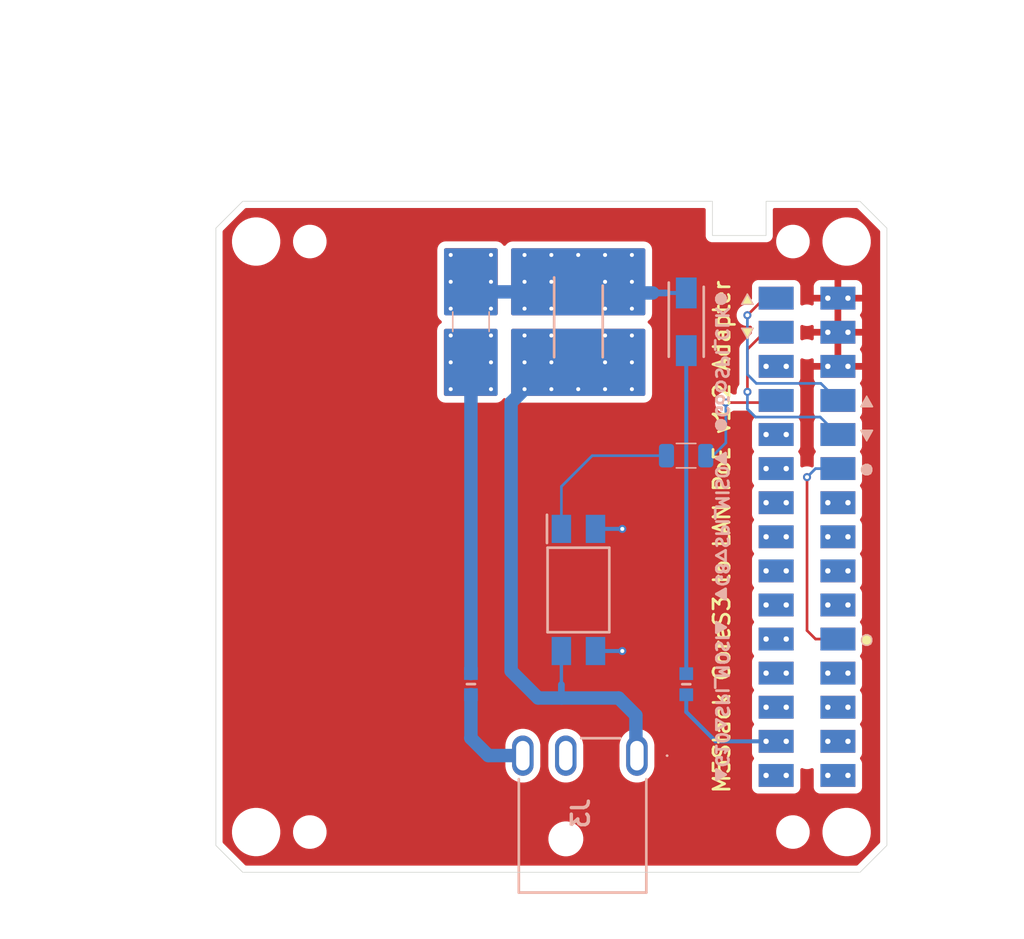
<source format=kicad_pcb>
(kicad_pcb (version 20241229) (generator "pcbnew") (generator_version "9.0")
  (title_block (title "M5Stack CoreS3 to LAN PoE v1.2 Adapter with external Relay") (date "2025-08-14") (rev "1.0") (company "https://github.com/rtyle") (comment 1 "https://github.com/m5stack/M5_Hardware/tree/master/PCB/Module") (comment 2 "https://docs.m5stack.com/en/base/lan_poe_v12") (comment 3 "https://docs.m5stack.com/en/accessory/bus_socket"))
  (layers (0 "F.Cu" jumper "Top Layer") (2 "B.Cu" signal "Bottom Layer") (13 "F.Paste" user "Top Paste") (15 "B.Paste" user "Bottom Paste") (5 "F.SilkS" user "Top Overlay") (7 "B.SilkS" user "Bottom Overlay") (1 "F.Mask" user "Top Solder") (3 "B.Mask" user "Bottom Solder") (25 "Edge.Cuts" user))
  (net 0 "")
  (net 1 "/G5·")
  (net 2 "/G14{slash}I2S_DIN·INT")
  (net 3 "/G8·SPI_MISO")
  (net 4 "/RST{slash}EN·")
  (net 5 "/G2{slash}PA_SDA·")
  (net 6 "/G6·SPI_CLK")
  (net 7 "/G44{slash}RXD0·")
  (net 8 "/SCHOTTKY")
  (net 9 "/3V3")
  (net 10 "/G7·RST")
  (net 11 "/G43{slash}TXD0·")
  (net 12 "/G18{slash}PC_RX·")
  (net 13 "/HPWR2")
  (net 14 "/G10·SPI_MOSI")
  (net 15 "/G1{slash}PA_SCL·RS232_RX{slash}RS485_RX")
  (net 16 "/G13{slash}I2S_DOUT·RS232_TX{slash}RS485_TX")
  (net 17 "/G11{slash}In_CL·")
  (net 18 "/G0{slash}I2S_LRCK·")
  (net 19 "/HPWR0")
  (net 20 "/G12{slash}In_SDA·")
  (net 21 "/HPWR1")
  (net 24 "/G17{slash}PC_TX·")
  (net 25 "/G9·CS")
  (net 32 "/BAT")
  (net 33 "/F1")
  (net 34 "/ZENER")
  (net 35 "+5V")
  (net 36 "/COLL")
  (net 37 "/F2")
  (net 38 "GND")
  (net 39 "/-LOAD")
  (net 40 "/LED")
  (net 41 "/+LOAD")
  (footprint "m5stack:MountingHole_2.0mm_M5Stack" (layer "F.Cu") (at 107 103)
    (property "Reference" "REF**" (hide yes))
    (property "Value" "MountingHole_2.0mm_M5Stack")
    (pad "" np_thru_hole circle (at 0 0) (size 2 2) (drill 2) (layers "*.Cu" "*.Mask"))
  )
  (footprint "m5stack:MountingHole_2.0mm_M5Stack" (layer "F.Cu") (at 107 147)
    (property "Reference" "REF**" (hide yes))
    (property "Value" "MountingHole_2.0mm_M5Stack")
    (pad "" np_thru_hole circle (at 0 0) (size 2 2) (drill 2) (layers "*.Cu" "*.Mask"))
  )
  (footprint "m5stack:MountingHole_3.1mm_M3_M5Stack" (layer "F.Cu") (at 103 147)
    (property "Reference" "REF**" (hide yes))
    (property "Value" "MountingHole_3.1mm_M3_M5Stack")
    (pad "" np_thru_hole circle (at 0 0) (size 3.1 3.1) (drill 3.1) (layers "*.Cu" "*.Mask"))
  )
  (footprint "m5stack:MountingHole_2.0mm_M5Stack" (layer "F.Cu") (at 143 103)
    (property "Reference" "REF**" (hide yes))
    (property "Value" "MountingHole_2.0mm_M5Stack")
    (pad "" np_thru_hole circle (at 0 0) (size 2 2) (drill 2) (layers "*.Cu" "*.Mask"))
  )
  (footprint "m5stack:MountingHole_2.0mm_M5Stack" (layer "F.Cu") (at 143 147)
    (property "Reference" "REF**" (hide yes))
    (property "Value" "MountingHole_2.0mm_M5Stack")
    (pad "" np_thru_hole circle (at 0 0) (size 2 2) (drill 2) (layers "*.Cu" "*.Mask"))
  )
  (footprint "m5stack:PinHeader_2x15_P2.54mm_Vertical_SMD_M5Stack_A001" (layer "F.Cu") (at 144.05 125)
    (property "Reference" "J1" (hide yes))
    (property "Value" "M5Stack A117 PinHeader")
    (pad "" np_thru_hole circle (at 0 -16.51 180) (size 1.1 1.1) (drill 1.1) (layers "*.Cu" "*.Mask"))
    (pad "" np_thru_hole circle (at 0 -13.97 180) (size 1 1) (drill 1) (layers "*.Cu" "*.Mask"))
    (pad "" np_thru_hole circle (at 0 13.97 180) (size 1 1) (drill 1) (layers "*.Cu" "*.Mask"))
    (pad "" np_thru_hole circle (at 0 16.51 180) (size 1.1 1.1) (drill 1.1) (layers "*.Cu" "*.Mask"))
    (pad "000" smd rect (at 2.3 -17.78 180) (size 2.6 1.7) (layers "F.Cu" "F.Mask" "F.Paste") (net 38 "GND"))
    (pad "001" smd rect (at 2.3 -15.24 180) (size 2.6 1.7) (layers "F.Cu" "F.Mask" "F.Paste") (net 38 "GND"))
    (pad "002" smd rect (at 2.3 -12.7 180) (size 2.6 1.7) (layers "F.Cu" "F.Mask" "F.Paste") (net 38 "GND"))
    (pad "003" smd rect (at 2.3 -10.16 180) (size 2.6 1.7) (layers "F.Cu" "F.Mask" "F.Paste"))
    (pad "004" smd rect (at 2.3 -7.62 180) (size 2.6 1.7) (layers "F.Cu" "F.Mask" "F.Paste"))
    (pad "005" smd rect (at 2.3 -5.08 180) (size 2.6 1.7) (layers "F.Cu" "F.Mask" "F.Paste"))
    (pad "006" smd rect (at 2.3 -2.54 180) (size 2.6 1.7) (layers "F.Cu" "F.Mask" "F.Paste") (net 7 "/G44{slash}RXD0·"))
    (pad "007" smd rect (at 2.3 0 180) (size 2.6 1.7) (layers "F.Cu" "F.Mask" "F.Paste") (net 12 "/G18{slash}PC_RX·"))
    (pad "008" smd rect (at 2.3 2.54 180) (size 2.6 1.7) (layers "F.Cu" "F.Mask" "F.Paste") (net 20 "/G12{slash}In_SDA·"))
    (pad "009" smd rect (at 2.3 5.08 180) (size 2.6 1.7) (layers "F.Cu" "F.Mask" "F.Paste") (net 5 "/G2{slash}PA_SDA·"))
    (pad "010" smd rect (at 2.3 7.62 180) (size 2.6 1.7) (layers "F.Cu" "F.Mask" "F.Paste") (net 6 "/G6·SPI_CLK"))
    (pad "011" smd rect (at 2.3 10.16 180) (size 2.6 1.7) (layers "F.Cu" "F.Mask" "F.Paste") (net 16 "/G13{slash}I2S_DOUT·RS232_TX{slash}RS485_TX"))
    (pad "012" smd rect (at 2.3 12.7 180) (size 2.6 1.7) (layers "F.Cu" "F.Mask" "F.Paste") (net 19 "/HPWR0"))
    (pad "013" smd rect (at 2.3 15.24 180) (size 2.6 1.7) (layers "F.Cu" "F.Mask" "F.Paste") (net 21 "/HPWR1"))
    (pad "014" smd rect (at 2.3 17.78 180) (size 2.6 1.7) (layers "F.Cu" "F.Mask" "F.Paste") (net 13 "/HPWR2"))
    (pad "100" smd rect (at -2.3 -17.78) (size 2.6 1.7) (layers "F.Cu" "F.Mask" "F.Paste") (net 14 "/G10·SPI_MOSI"))
    (pad "101" smd rect (at -2.3 -15.24) (size 2.6 1.7) (layers "F.Cu" "F.Mask" "F.Paste") (net 3 "/G8·SPI_MISO"))
    (pad "102" smd rect (at -2.3 -12.7) (size 2.6 1.7) (layers "F.Cu" "F.Mask" "F.Paste") (net 4 "/RST{slash}EN·"))
    (pad "103" smd rect (at -2.3 -10.16) (size 2.6 1.7) (layers "F.Cu" "F.Mask" "F.Paste") (net 1 "/G5·"))
    (pad "104" smd rect (at -2.3 -7.62) (size 2.6 1.7) (layers "F.Cu" "F.Mask" "F.Paste") (net 25 "/G9·CS"))
    (pad "105" smd rect (at -2.3 -5.08) (size 2.6 1.7) (layers "F.Cu" "F.Mask" "F.Paste") (net 9 "/3V3"))
    (pad "106" smd rect (at -2.3 -2.54) (size 2.6 1.7) (layers "F.Cu" "F.Mask" "F.Paste") (net 11 "/G43{slash}TXD0·"))
    (pad "107" smd rect (at -2.3 0) (size 2.6 1.7) (layers "F.Cu" "F.Mask" "F.Paste") (net 24 "/G17{slash}PC_TX·"))
    (pad "108" smd rect (at -2.3 2.54) (size 2.6 1.7) (layers "F.Cu" "F.Mask" "F.Paste") (net 17 "/G11{slash}In_CL·"))
    (pad "109" smd rect (at -2.3 5.08) (size 2.6 1.7) (layers "F.Cu" "F.Mask" "F.Paste") (net 15 "/G1{slash}PA_SCL·RS232_RX{slash}RS485_RX"))
    (pad "110" smd rect (at -2.3 7.62) (size 2.6 1.7) (layers "F.Cu" "F.Mask" "F.Paste") (net 10 "/G7·RST"))
    (pad "111" smd rect (at -2.3 10.16) (size 2.6 1.7) (layers "F.Cu" "F.Mask" "F.Paste") (net 18 "/G0{slash}I2S_LRCK·"))
    (pad "112" smd rect (at -2.3 12.7) (size 2.6 1.7) (layers "F.Cu" "F.Mask" "F.Paste") (net 2 "/G14{slash}I2S_DIN·INT"))
    (pad "113" smd rect (at -2.3 15.24) (size 2.6 1.7) (layers "F.Cu" "F.Mask" "F.Paste") (net 35 "+5V"))
    (pad "114" smd rect (at -2.3 17.78) (size 2.6 1.7) (layers "F.Cu" "F.Mask" "F.Paste") (net 32 "/BAT"))
  )
  (footprint "m5stack:MountingHole_3.1mm_M3_M5Stack" (layer "F.Cu") (at 147 147)
    (property "Reference" "REF**" (hide yes))
    (property "Value" "MountingHole_3.1mm_M3_M5Stack")
    (pad "" np_thru_hole circle (at 0 0) (size 3.1 3.1) (drill 3.1) (layers "*.Cu" "*.Mask"))
  )
  (footprint "m5stack:MountingHole_3.1mm_M3_M5Stack" (layer "F.Cu") (at 103 103)
    (property "Reference" "REF**" (hide yes))
    (property "Value" "MountingHole_3.1mm_M3_M5Stack")
    (pad "" np_thru_hole circle (at 0 0) (size 3.1 3.1) (drill 3.1) (layers "*.Cu" "*.Mask"))
  )
  (footprint "m5stack:MountingHole_3.1mm_M3_M5Stack" (layer "F.Cu") (at 147 103)
    (property "Reference" "REF**" (hide yes))
    (property "Value" "MountingHole_3.1mm_M3_M5Stack")
    (pad "" np_thru_hole circle (at 0 0) (size 3.1 3.1) (drill 3.1) (layers "*.Cu" "*.Mask"))
  )
  (footprint "SamacSys_Parts:FUSC1608X100N" (layer "B.Cu") (at 135.051319 135.984984 90)
    (property "Reference" "F1" (hide yes))
    (property "Value" "10/50mA" (hide yes))
    (fp_line (start 0 0.3) (end 0 -0.3) (stroke (width 0.2)) (layer "B.SilkS"))
    (pad "1" smd rect (at -0.785 0 90) (size 0.95 1.02) (layers "B.Cu" "B.Mask" "B.Paste") (net 35 "+5V"))
    (pad "2" smd rect (at 0.785 0 90) (size 0.95 1.02) (layers "B.Cu" "B.Mask" "B.Paste") (net 33 "/F1"))
  )
  (footprint "SamacSys_Parts:DIOM5226X220N" (layer "B.Cu") (at 135.051319 108.979744 -90)
    (property "Reference" "D1" (hide yes))
    (property "Value" "1A 60V" (hide yes))
    (fp_line (start 2.605 1.302) (end -2.925 1.302) (stroke (width 0.2)) (layer "B.SilkS"))
    (fp_line (start -2.605 -1.302) (end 2.605 -1.302) (stroke (width 0.2)) (layer "B.SilkS"))
    (pad "1" smd rect (at -2.15 0 180) (size 1.55 2.3) (layers "B.Cu" "B.Mask" "B.Paste") (net 8 "/SCHOTTKY"))
    (pad "2" smd rect (at 2.15 0 180) (size 1.55 2.3) (layers "B.Cu" "B.Mask" "B.Paste") (net 33 "/F1"))
  )
  (footprint "SamacSys_Parts:SOP254P1016X460-4N" (layer "B.Cu") (at 127.016709 128.961322 -90)
    (property "Reference" "U1" (hide yes))
    (property "Value" "Optocoupler" (hide yes))
    (fp_line (start -5.6 2.345) (end -3.5 2.345) (stroke (width 0.2)) (layer "B.SilkS"))
    (fp_line (start -3.15 2.3) (end 3.15 2.3) (stroke (width 0.2)) (layer "B.SilkS"))
    (fp_line (start 3.15 2.3) (end 3.15 -2.3) (stroke (width 0.2)) (layer "B.SilkS"))
    (fp_line (start -3.15 -2.3) (end -3.15 2.3) (stroke (width 0.2)) (layer "B.SilkS"))
    (fp_line (start 3.15 -2.3) (end -3.15 -2.3) (stroke (width 0.2)) (layer "B.SilkS"))
    (pad "1" smd rect (at -4.55 1.27 180) (size 1.45 2.1) (layers "B.Cu" "B.Mask" "B.Paste") (net 40 "/LED"))
    (pad "2" smd rect (at -4.55 -1.27 180) (size 1.45 2.1) (layers "B.Cu" "B.Mask" "B.Paste") (net 38 "GND"))
    (pad "3" smd rect (at 4.55 -1.27 180) (size 1.45 2.1) (layers "B.Cu" "B.Mask" "B.Paste") (net 38 "GND"))
    (pad "4" smd rect (at 4.55 1.27 180) (size 1.45 2.1) (layers "B.Cu" "B.Mask" "B.Paste") (net 36 "/COLL"))
  )
  (footprint "NetTie:NetTie-2_SMD_Pad0.5mm" (layer "B.Cu") (at 125.746709 136.511322 -90)
    (property "Reference" "NT2" (hide yes))
    (property "Value" "COLL-LOAD" (hide yes))
    (fp_poly (pts (xy -0.5 0.25) (xy 0.5 0.25) (xy 0.5 -0.25) (xy -0.5 -0.25)) (fill yes) (layer "B.Cu"))
    (pad "1" smd circle (at -0.5 0 270) (size 0.5 0.5) (layers "B.Cu") (net 36 "/COLL"))
    (pad "2" smd circle (at 0.5 0 270) (size 0.5 0.5) (layers "B.Cu") (net 39 "/-LOAD"))
  )
  (footprint "Resistor_SMD:R_1210_3225Metric" (layer "B.Cu") (at 119.006424 108.970801 -90)
    (property "Reference" "R1" (hide yes))
    (property "Value" "82" (hide yes))
    (fp_line (start -0.723737 1.355) (end 0.723737 1.355) (stroke (width 0.12)) (layer "B.SilkS"))
    (fp_line (start -0.723737 -1.355) (end 0.723737 -1.355) (stroke (width 0.12)) (layer "B.SilkS"))
    (pad "1" smd roundrect (at -1.4625 0 270) (size 1.125 2.65) (layers "B.Cu" "B.Mask" "B.Paste") (roundrect_rratio 0.222222) (net 34 "/ZENER"))
    (pad "2" smd roundrect (at 1.4625 0 270) (size 1.125 2.65) (layers "B.Cu" "B.Mask" "B.Paste") (roundrect_rratio 0.222222) (net 37 "/F2"))
  )
  (footprint "m5stack:PinSocket_2x15_P2.54mm_Vertical_SMD_M5Stack_A001" (layer "B.Cu") (at 144.05 125 180)
    (property "Reference" "J2" (hide yes))
    (property "Value" "M5Stack A117 PinSocket")
    (pad "" np_thru_hole circle (at 0 -16.51) (size 1.1 1.1) (drill 1.1) (layers "*.Cu" "*.Mask"))
    (pad "" np_thru_hole circle (at 0 -13.97) (size 1 1) (drill 1) (layers "*.Cu" "*.Mask"))
    (pad "" np_thru_hole circle (at 0 13.97) (size 1 1) (drill 1) (layers "*.Cu" "*.Mask"))
    (pad "" np_thru_hole circle (at 0 16.51) (size 1.1 1.1) (drill 1.1) (layers "*.Cu" "*.Mask"))
    (pad "000" smd rect (at -2.3 17.78 180) (size 2.6 1.7) (layers "B.Cu" "B.Mask" "B.Paste") (net 38 "GND"))
    (pad "001" smd rect (at -2.3 15.24 180) (size 2.6 1.7) (layers "B.Cu" "B.Mask" "B.Paste") (net 38 "GND"))
    (pad "002" smd rect (at -2.3 12.7 180) (size 2.6 1.7) (layers "B.Cu" "B.Mask" "B.Paste") (net 38 "GND"))
    (pad "003" smd rect (at -2.3 10.16 180) (size 2.6 1.7) (layers "B.Cu" "B.Mask" "B.Paste") (net 14 "/G10·SPI_MOSI"))
    (pad "004" smd rect (at -2.3 7.62 180) (size 2.6 1.7) (layers "B.Cu" "B.Mask" "B.Paste") (net 3 "/G8·SPI_MISO"))
    (pad "005" smd rect (at -2.3 5.08 180) (size 2.6 1.7) (layers "B.Cu" "B.Mask" "B.Paste") (net 6 "/G6·SPI_CLK"))
    (pad "006" smd rect (at -2.3 2.54 180) (size 2.6 1.7) (layers "B.Cu" "B.Mask" "B.Paste") (net 7 "/G44{slash}RXD0·"))
    (pad "007" smd rect (at -2.3 0 180) (size 2.6 1.7) (layers "B.Cu" "B.Mask" "B.Paste") (net 12 "/G18{slash}PC_RX·"))
    (pad "008" smd rect (at -2.3 -2.54 180) (size 2.6 1.7) (layers "B.Cu" "B.Mask" "B.Paste") (net 20 "/G12{slash}In_SDA·"))
    (pad "009" smd rect (at -2.3 -5.08 180) (size 2.6 1.7) (layers "B.Cu" "B.Mask" "B.Paste") (net 5 "/G2{slash}PA_SDA·"))
    (pad "010" smd rect (at -2.3 -7.62 180) (size 2.6 1.7) (layers "B.Cu" "B.Mask" "B.Paste"))
    (pad "011" smd rect (at -2.3 -10.16 180) (size 2.6 1.7) (layers "B.Cu" "B.Mask" "B.Paste") (net 16 "/G13{slash}I2S_DOUT·RS232_TX{slash}RS485_TX"))
    (pad "012" smd rect (at -2.3 -12.7 180) (size 2.6 1.7) (layers "B.Cu" "B.Mask" "B.Paste") (net 19 "/HPWR0"))
    (pad "013" smd rect (at -2.3 -15.24 180) (size 2.6 1.7) (layers "B.Cu" "B.Mask" "B.Paste") (net 21 "/HPWR1"))
    (pad "014" smd rect (at -2.3 -17.78 180) (size 2.6 1.7) (layers "B.Cu" "B.Mask" "B.Paste") (net 13 "/HPWR2"))
    (pad "100" smd rect (at 2.3 17.78) (size 2.6 1.7) (layers "B.Cu" "B.Mask" "B.Paste"))
    (pad "101" smd rect (at 2.3 15.24) (size 2.6 1.7) (layers "B.Cu" "B.Mask" "B.Paste"))
    (pad "102" smd rect (at 2.3 12.7) (size 2.6 1.7) (layers "B.Cu" "B.Mask" "B.Paste") (net 4 "/RST{slash}EN·"))
    (pad "103" smd rect (at 2.3 10.16) (size 2.6 1.7) (layers "B.Cu" "B.Mask" "B.Paste"))
    (pad "104" smd rect (at 2.3 7.62) (size 2.6 1.7) (layers "B.Cu" "B.Mask" "B.Paste") (net 25 "/G9·CS"))
    (pad "105" smd rect (at 2.3 5.08) (size 2.6 1.7) (layers "B.Cu" "B.Mask" "B.Paste") (net 9 "/3V3"))
    (pad "106" smd rect (at 2.3 2.54) (size 2.6 1.7) (layers "B.Cu" "B.Mask" "B.Paste") (net 11 "/G43{slash}TXD0·"))
    (pad "107" smd rect (at 2.3 0) (size 2.6 1.7) (layers "B.Cu" "B.Mask" "B.Paste") (net 24 "/G17{slash}PC_TX·"))
    (pad "108" smd rect (at 2.3 -2.54) (size 2.6 1.7) (layers "B.Cu" "B.Mask" "B.Paste") (net 17 "/G11{slash}In_CL·"))
    (pad "109" smd rect (at 2.3 -5.08) (size 2.6 1.7) (layers "B.Cu" "B.Mask" "B.Paste") (net 15 "/G1{slash}PA_SCL·RS232_RX{slash}RS485_RX"))
    (pad "110" smd rect (at 2.3 -7.62) (size 2.6 1.7) (layers "B.Cu" "B.Mask" "B.Paste") (net 10 "/G7·RST"))
    (pad "111" smd rect (at 2.3 -10.16) (size 2.6 1.7) (layers "B.Cu" "B.Mask" "B.Paste") (net 18 "/G0{slash}I2S_LRCK·"))
    (pad "112" smd rect (at 2.3 -12.7) (size 2.6 1.7) (layers "B.Cu" "B.Mask" "B.Paste") (net 2 "/G14{slash}I2S_DIN·INT"))
    (pad "113" smd rect (at 2.3 -15.24) (size 2.6 1.7) (layers "B.Cu" "B.Mask" "B.Paste") (net 35 "+5V"))
    (pad "114" smd rect (at 2.3 -17.78) (size 2.6 1.7) (layers "B.Cu" "B.Mask" "B.Paste") (net 32 "/BAT"))
  )
  (footprint "SamacSys_Parts:FUSC1608X100N" (layer "B.Cu") (at 119.006424 135.976041 -90)
    (property "Reference" "F2" (hide yes))
    (property "Value" "80/200mA" (hide yes))
    (fp_line (start 0 0.3) (end 0 -0.3) (stroke (width 0.2)) (layer "B.SilkS"))
    (pad "1" smd rect (at -0.785 0 270) (size 0.95 1.02) (layers "B.Cu" "B.Mask" "B.Paste") (net 37 "/F2"))
    (pad "2" smd rect (at 0.785 0 270) (size 0.95 1.02) (layers "B.Cu" "B.Mask" "B.Paste") (net 41 "/+LOAD"))
  )
  (footprint "SamacSys_Parts:DIOM5336X262N" (layer "B.Cu") (at 127.016709 108.949513 -90)
    (property "Reference" "D2" (hide yes))
    (property "Value" "5.1V 5W" (hide yes))
    (fp_line (start 2.668 1.81) (end -3.275 1.81) (stroke (width 0.2)) (layer "B.SilkS"))
    (fp_line (start -2.668 -1.81) (end 2.668 -1.81) (stroke (width 0.2)) (layer "B.SilkS"))
    (pad "1" smd rect (at -2.2 0 180) (size 2.15 2.25) (layers "B.Cu" "B.Mask" "B.Paste") (net 34 "/ZENER"))
    (pad "2" smd rect (at 2.2 0 180) (size 2.15 2.25) (layers "B.Cu" "B.Mask" "B.Paste") (net 39 "/-LOAD"))
  )
  (footprint "m5stack:DC044025A20" (layer "B.Cu") (at 126.074611 147.50862 90)
    (property "Reference" "J3" (at 1.906 1.106 270) (layer "B.SilkS") (effects (font (size 1.27 1.27) (thickness 0.254)) (justify mirror)))
    (property "Value" "DC-0440-2.5A-2.0" (hide yes))
    (fp_line (start -4 -3.5) (end 4.45 -3.5) (stroke (width 0.2)) (layer "B.SilkS"))
    (fp_line (start 7.5 1.15) (end 7.5 4.05) (stroke (width 0.2)) (layer "B.SilkS"))
    (fp_line (start 4.45 6) (end -4 6) (stroke (width 0.2)) (layer "B.SilkS"))
    (fp_line (start -4 6) (end -4 -3.5) (stroke (width 0.2)) (layer "B.SilkS"))
    (fp_line (start 6.2 7.5) (end 6.2 7.5) (stroke (width 0.1)) (layer "B.SilkS"))
    (fp_line (start 6.2 7.6) (end 6.2 7.6) (stroke (width 0.1)) (layer "B.SilkS"))
    (fp_arc (start 6.2 7.5) (mid 6.25 7.55) (end 6.2 7.6) (stroke (width 0.1)) (layer "B.SilkS"))
    (fp_arc (start 6.2 7.6) (mid 6.15 7.55) (end 6.2 7.5) (stroke (width 0.1)) (layer "B.SilkS"))
    (pad "" np_thru_hole circle (at 0 0.004346 90) (size 2.1 2.1) (drill 2.1) (layers "*.Cu" "*.Mask"))
    (pad "2" thru_hole oval (at 6.2 5.3 90) (size 3 1.6) (drill oval 2.2 1) (layers "*.Cu" "*.Mask") (net 39 "/-LOAD"))
    (pad "3" thru_hole oval (at 6.2 0 90) (size 3 1.6) (drill oval 2.2 1) (layers "*.Cu" "*.Mask"))
    (pad "4" thru_hole oval (at 6.2 -3.2 90) (size 3 1.6) (drill oval 2.2 1) (layers "*.Cu" "*.Mask") (net 41 "/+LOAD"))
  )
  (footprint "NetTie:NetTie-2_SMD_Pad0.5mm" (layer "B.Cu") (at 133.051319 106.829744 180)
    (property "Reference" "NT1" (hide yes))
    (property "Value" "SCHOTTKY-ZENER" (hide yes))
    (fp_poly (pts (xy -0.5 0.25) (xy 0.5 0.25) (xy 0.5 -0.25) (xy -0.5 -0.25)) (fill yes) (layer "B.Cu"))
    (pad "1" smd circle (at -0.5 0 180) (size 0.5 0.5) (layers "B.Cu") (net 8 "/SCHOTTKY"))
    (pad "2" smd circle (at 0.5 0 180) (size 0.5 0.5) (layers "B.Cu") (net 34 "/ZENER"))
  )
  (footprint "Resistor_SMD:R_1206_3216Metric" (layer "B.Cu") (at 135.039159 118.9557 180)
    (property "Reference" "R2" (hide yes))
    (property "Value" "330" (hide yes))
    (fp_line (start -0.727064 0.91) (end 0.727064 0.91) (stroke (width 0.12)) (layer "B.SilkS"))
    (fp_line (start -0.727064 -0.91) (end 0.727064 -0.91) (stroke (width 0.12)) (layer "B.SilkS"))
    (pad "1" smd roundrect (at -1.4625 0 180) (size 1.125 1.75) (layers "B.Cu" "B.Mask" "B.Paste") (roundrect_rratio 0.222222) (net 1 "/G5·"))
    (pad "2" smd roundrect (at 1.4625 0 180) (size 1.125 1.75) (layers "B.Cu" "B.Mask" "B.Paste") (roundrect_rratio 0.222222) (net 40 "/LED"))
  )
  (gr_poly (pts (xy 150 102) (xy 148 100) (xy 141 100) (xy 141 102.55) (xy 137 102.55) (xy 137 100) (xy 102 100) (xy 100 102) (xy 100 148) (xy 102 150) (xy 148 150) (xy 150 148)) (stroke (width 0.05)) (fill no) (layer "Edge.Cuts"))
  (gr_text "○" (at 148.495 119.92 0) (layer "F.SilkS") (effects (font (size 1 1) (thickness 0.1) (bold yes))))
  (gr_text "▼" (at 139.605 109.76 0) (layer "F.SilkS") (effects (font (size 1 1) (thickness 0.1) (bold yes))))
  (gr_text "▲" (at 139.605 107.22 0) (layer "F.SilkS") (effects (font (size 1 1) (thickness 0.1) (bold yes))))
  (gr_text "M5Stack CoreS3 to LAN PoE v1.2 Adapter" (at 137.7 125 90) (layer "F.SilkS") (effects (font (size 1.2 1.2) (thickness 0.2) (bold yes))))
  (gr_text "●" (at 148.495 132.62 0) (layer "F.SilkS") (effects (font (size 1 1) (thickness 0.1) (bold yes))))
  (gr_text "▽" (at 148.495 117.38 0) (layer "F.SilkS") (effects (font (size 1 1) (thickness 0.1) (bold yes))))
  (gr_text "△" (at 148.495 114.84 0) (layer "F.SilkS") (effects (font (size 1 1) (thickness 0.1) (bold yes))))
  (gr_text "▽" (at 139.605 109.76 0) (layer "B.SilkS") (effects (font (size 1 1) (thickness 0.1) (bold yes)) (justify mirror)))
  (gr_text "△" (at 139.605 107.22 0) (layer "B.SilkS") (effects (font (size 1 1) (thickness 0.1) (bold yes)) (justify mirror)))
  (gr_text "○" (at 148.495 132.62 0) (layer "B.SilkS") (effects (font (size 1 1) (thickness 0.1) (bold yes)) (justify mirror)))
  (gr_text "●" (at 148.495 119.92 0) (layer "B.SilkS") (effects (font (size 1 1) (thickness 0.1) (bold yes)) (justify mirror)))
  (gr_text "▼" (at 148.495 117.38 0) (layer "B.SilkS") (effects (font (size 1 1) (thickness 0.1) (bold yes)) (justify mirror)))
  (gr_text "▲G10△SPI_MOSI▲  ▼G8▽SPI_MISO▼  ●G6○SPI_CLK●" (at 137.7 125 270) (layer "B.SilkS") (effects (font (size 0.9 0.9) (thickness 0.2)) (justify mirror)))
  (gr_text "▲" (at 148.495 114.84 0) (layer "B.SilkS") (effects (font (size 1 1) (thickness 0.1) (bold yes)) (justify mirror)))
  (segment (start 141.59 115) (end 138 115) (width 0.2) (layer "F.Cu") (net 1))
  (segment (start 141.75 114.84) (end 141.59 115) (width 0.2) (layer "F.Cu") (net 1))
  (via (at 138 115) (size 0.6) (drill 0.3) (layers "F.Cu" "B.Cu") (net 1))
  (segment (start 137 119) (end 136.545959 119) (width 0.2) (layer "B.Cu") (net 1))
  (segment (start 136.545959 119) (end 136.501659 118.9557) (width 0.2) (layer "B.Cu") (net 1))
  (segment (start 138 118) (end 137 119) (width 0.2) (layer "B.Cu") (net 1))
  (segment (start 138 115) (end 138 118) (width 0.2) (layer "B.Cu") (net 1))
  (via (at 141 137.7) (size 0.7) (drill 0.4) (layers "F.Cu" "B.Cu") (net 2))
  (via (at 142.5 137.7) (size 0.7) (drill 0.4) (layers "F.Cu" "B.Cu") (net 2))
  (segment (start 139.61 114.2) (end 139.605 111.03) (width 0.2) (layer "F.Cu") (net 3))
  (segment (start 140.875 109.76) (end 139.605 111.03) (width 0.2) (layer "F.Cu") (net 3))
  (segment (start 141.75 109.76) (end 140.875 109.76) (width 0.2) (layer "F.Cu") (net 3))
  (via (at 139.61 114.2) (size 0.6) (drill 0.3) (layers "F.Cu" "B.Cu") (net 3))
  (segment (start 140.208 116.078) (end 139.605 115.475) (width 0.2) (layer "B.Cu") (net 3))
  (segment (start 146.336 117.38) (end 145.034 116.078) (width 0.2) (layer "B.Cu") (net 3))
  (segment (start 145.034 116.078) (end 140.208 116.078) (width 0.2) (layer "B.Cu") (net 3))
  (segment (start 139.605 115.475) (end 139.61 114.2) (width 0.2) (layer "B.Cu") (net 3))
  (segment (start 146.35 117.38) (end 146.336 117.38) (width 0.2) (layer "B.Cu") (net 3))
  (via (at 142.5 112.3) (size 0.7) (drill 0.4) (layers "F.Cu" "B.Cu") (net 4))
  (via (at 141 112.3) (size 0.7) (drill 0.4) (layers "F.Cu" "B.Cu") (net 4))
  (via (at 147.1 130.08) (size 0.7) (drill 0.4) (layers "F.Cu" "B.Cu") (net 5))
  (via (at 145.6 130.08) (size 0.7) (drill 0.4) (layers "F.Cu" "B.Cu") (net 5))
  (segment (start 144.685 132.62) (end 144.05 131.985) (width 0.2) (layer "F.Cu") (net 6))
  (segment (start 146.35 132.62) (end 144.685 132.62) (width 0.2) (layer "F.Cu") (net 6))
  (segment (start 144.05 131.985) (end 144.05 120.555) (width 0.2) (layer "F.Cu") (net 6))
  (via (at 144.05 120.555) (size 0.6) (drill 0.3) (layers "F.Cu" "B.Cu") (net 6))
  (segment (start 144.685 119.92) (end 146.35 119.92) (width 0.2) (layer "B.Cu") (net 6))
  (segment (start 144.05 120.555) (end 144.685 119.92) (width 0.2) (layer "B.Cu") (net 6))
  (via (at 145.6 122.46) (size 0.7) (drill 0.4) (layers "F.Cu" "B.Cu") (net 7))
  (via (at 147.1 122.46) (size 0.7) (drill 0.4) (layers "F.Cu" "B.Cu") (net 7))
  (segment (start 135.051319 106.829744) (end 133.551319 106.829744) (width 0.3) (layer "B.Cu") (net 8))
  (via (at 142.5 119.92) (size 0.7) (drill 0.4) (layers "F.Cu" "B.Cu") (net 9))
  (via (at 141 119.92) (size 0.7) (drill 0.4) (layers "F.Cu" "B.Cu") (net 9))
  (via (at 141 132.62) (size 0.7) (drill 0.4) (layers "F.Cu" "B.Cu") (net 10))
  (via (at 142.5 132.62) (size 0.7) (drill 0.4) (layers "F.Cu" "B.Cu") (net 10))
  (via (at 142.5 122.46) (size 0.7) (drill 0.4) (layers "F.Cu" "B.Cu") (net 11))
  (via (at 141 122.46) (size 0.7) (drill 0.4) (layers "F.Cu" "B.Cu") (net 11))
  (via (at 147.1 125) (size 0.7) (drill 0.4) (layers "F.Cu" "B.Cu") (net 12))
  (via (at 145.6 125) (size 0.7) (drill 0.4) (layers "F.Cu" "B.Cu") (net 12))
  (via (at 145.6 142.78) (size 0.7) (drill 0.4) (layers "F.Cu" "B.Cu") (net 13))
  (via (at 147.1 142.78) (size 0.7) (drill 0.4) (layers "F.Cu" "B.Cu") (net 13))
  (segment (start 141.75 107.22) (end 140.875 107.22) (width 0.2) (layer "F.Cu") (net 14))
  (segment (start 140.875 107.22) (end 139.605 108.49) (width 0.2) (layer "F.Cu") (net 14))
  (via (at 139.605 108.49) (size 0.6) (drill 0.3) (layers "F.Cu" "B.Cu") (net 14))
  (segment (start 139.605 108.49) (end 139.605 112.905) (width 0.2) (layer "B.Cu") (net 14))
  (segment (start 145.08 113.57) (end 146.35 114.84) (width 0.2) (layer "B.Cu") (net 14))
  (segment (start 139.605 112.905) (end 140.27 113.57) (width 0.2) (layer "B.Cu") (net 14))
  (segment (start 140.27 113.57) (end 145.08 113.57) (width 0.2) (layer "B.Cu") (net 14))
  (via (at 142.5 130.08) (size 0.7) (drill 0.4) (layers "F.Cu" "B.Cu") (net 15))
  (via (at 141 130.08) (size 0.7) (drill 0.4) (layers "F.Cu" "B.Cu") (net 15))
  (via (at 145.6 135.16) (size 0.7) (drill 0.4) (layers "F.Cu" "B.Cu") (net 16))
  (via (at 147.1 135.16) (size 0.7) (drill 0.4) (layers "F.Cu" "B.Cu") (net 16))
  (via (at 141 127.54) (size 0.7) (drill 0.4) (layers "F.Cu" "B.Cu") (net 17))
  (via (at 142.5 127.54) (size 0.7) (drill 0.4) (layers "F.Cu" "B.Cu") (net 17))
  (via (at 141 135.16) (size 0.7) (drill 0.4) (layers "F.Cu" "B.Cu") (net 18))
  (via (at 142.5 135.16) (size 0.7) (drill 0.4) (layers "F.Cu" "B.Cu") (net 18))
  (via (at 147.1 137.7) (size 0.7) (drill 0.4) (layers "F.Cu" "B.Cu") (net 19))
  (via (at 145.6 137.7) (size 0.7) (drill 0.4) (layers "F.Cu" "B.Cu") (net 19))
  (via (at 145.6 127.54) (size 0.7) (drill 0.4) (layers "F.Cu" "B.Cu") (net 20))
  (via (at 147.1 127.54) (size 0.7) (drill 0.4) (layers "F.Cu" "B.Cu") (net 20))
  (via (at 147.1 140.24) (size 0.7) (drill 0.4) (layers "F.Cu" "B.Cu") (net 21))
  (via (at 145.6 140.24) (size 0.7) (drill 0.4) (layers "F.Cu" "B.Cu") (net 21))
  (via (at 142.5 125) (size 0.7) (drill 0.4) (layers "F.Cu" "B.Cu") (net 24))
  (via (at 141 125) (size 0.7) (drill 0.4) (layers "F.Cu" "B.Cu") (net 24))
  (via (at 142.5 117.38) (size 0.7) (drill 0.4) (layers "F.Cu" "B.Cu") (net 25))
  (via (at 141 117.38) (size 0.7) (drill 0.4) (layers "F.Cu" "B.Cu") (net 25))
  (via (at 141 142.78) (size 0.7) (drill 0.4) (layers "F.Cu" "B.Cu") (net 32))
  (via (at 142.5 142.78) (size 0.7) (drill 0.4) (layers "F.Cu" "B.Cu") (net 32))
  (segment (start 135.051319 111.129744) (end 135.051319 114.129744) (width 0.3) (layer "B.Cu") (net 33))
  (segment (start 135.051319 135.199984) (end 135.051319 114.129744) (width 0.3) (layer "B.Cu") (net 33))
  (via (at 131 106) (size 0.6) (drill 0.3) (layers "F.Cu" "B.Cu") (net 34))
  (via (at 117.5 104) (size 0.6) (drill 0.3) (layers "F.Cu" "B.Cu") (net 34))
  (via (at 125 104) (size 0.6) (drill 0.3) (layers "F.Cu" "B.Cu") (net 34))
  (via (at 123 104) (size 0.6) (drill 0.3) (layers "F.Cu" "B.Cu") (net 34))
  (via (at 117.5 108) (size 0.6) (drill 0.3) (layers "F.Cu" "B.Cu") (net 34))
  (via (at 129 104) (size 0.6) (drill 0.3) (layers "F.Cu" "B.Cu") (net 34))
  (via (at 120.5 108) (size 0.6) (drill 0.3) (layers "F.Cu" "B.Cu") (net 34))
  (via (at 125 108) (size 0.6) (drill 0.3) (layers "F.Cu" "B.Cu") (net 34))
  (via (at 120.5 106) (size 0.6) (drill 0.3) (layers "F.Cu" "B.Cu") (net 34))
  (via (at 127 104) (size 0.6) (drill 0.3) (layers "F.Cu" "B.Cu") (net 34))
  (via (at 120.5 104) (size 0.6) (drill 0.3) (layers "F.Cu" "B.Cu") (net 34))
  (via (at 125 106) (size 0.6) (drill 0.3) (layers "F.Cu" "B.Cu") (net 34))
  (via (at 123 106) (size 0.6) (drill 0.3) (layers "F.Cu" "B.Cu") (net 34))
  (via (at 123 108) (size 0.6) (drill 0.3) (layers "F.Cu" "B.Cu") (net 34))
  (via (at 129 108) (size 0.6) (drill 0.3) (layers "F.Cu" "B.Cu") (net 34))
  (via (at 131 108) (size 0.6) (drill 0.3) (layers "F.Cu" "B.Cu") (net 34))
  (via (at 129 106) (size 0.6) (drill 0.3) (layers "F.Cu" "B.Cu") (net 34))
  (via (at 131 104) (size 0.6) (drill 0.3) (layers "F.Cu" "B.Cu") (net 34))
  (via (at 117.5 106) (size 0.6) (drill 0.3) (layers "F.Cu" "B.Cu") (net 34))
  (segment (start 119.765212 106.749513) (end 119.006424 107.508301) (width 1) (layer "B.Cu") (net 34))
  (segment (start 127.016709 106.749513) (end 119.765212 106.749513) (width 1) (layer "B.Cu") (net 34))
  (segment (start 127.09694 106.829744) (end 127.016709 106.749513) (width 1) (layer "B.Cu") (net 34))
  (segment (start 132.551319 106.829744) (end 127.09694 106.829744) (width 1) (layer "B.Cu") (net 34))
  (via (at 141 140.24) (size 0.7) (drill 0.4) (layers "F.Cu" "B.Cu") (net 35))
  (via (at 142.5 140.24) (size 0.7) (drill 0.4) (layers "F.Cu" "B.Cu") (net 35))
  (segment (start 135.051319 138.051319) (end 135.051319 136.769984) (width 0.3) (layer "B.Cu") (net 35))
  (segment (start 137.24 140.24) (end 135.051319 138.051319) (width 0.3) (layer "B.Cu") (net 35))
  (segment (start 141 140.24) (end 137.24 140.24) (width 0.3) (layer "B.Cu") (net 35))
  (segment (start 125.746709 133.511322) (end 125.746709 136.011322) (width 0.25) (layer "B.Cu") (net 36))
  (via (at 117.5 110) (size 0.6) (drill 0.3) (layers "F.Cu" "B.Cu") (net 37))
  (via (at 117.5 114) (size 0.6) (drill 0.3) (layers "F.Cu" "B.Cu") (net 37))
  (via (at 120.5 114) (size 0.6) (drill 0.3) (layers "F.Cu" "B.Cu") (net 37))
  (via (at 120.5 110) (size 0.6) (drill 0.3) (layers "F.Cu" "B.Cu") (net 37))
  (via (at 120.5 112) (size 0.6) (drill 0.3) (layers "F.Cu" "B.Cu") (net 37))
  (via (at 117.5 112) (size 0.6) (drill 0.3) (layers "F.Cu" "B.Cu") (net 37))
  (segment (start 119.006424 135.191041) (end 119.006424 110.433301) (width 1) (layer "B.Cu") (net 37))
  (via (at 130.286709 133.511322) (size 0.6) (drill 0.3) (layers "F.Cu" "B.Cu") (net 38))
  (via (at 145.6 107.22) (size 0.7) (drill 0.4) (layers "F.Cu" "B.Cu") (net 38))
  (via (at 145.6 112.3) (size 0.7) (drill 0.4) (layers "F.Cu" "B.Cu") (net 38))
  (via (at 147.1 109.76) (size 0.7) (drill 0.4) (layers "F.Cu" "B.Cu") (net 38))
  (via (at 147.1 112.3) (size 0.7) (drill 0.4) (layers "F.Cu" "B.Cu") (net 38))
  (via (at 147.1 107.22) (size 0.7) (drill 0.4) (layers "F.Cu" "B.Cu") (net 38))
  (via (at 130.286709 124.411322) (size 0.6) (drill 0.3) (layers "F.Cu" "B.Cu") (net 38))
  (via (at 145.6 109.76) (size 0.7) (drill 0.4) (layers "F.Cu" "B.Cu") (net 38))
  (segment (start 128.286709 124.411322) (end 130.286709 124.411322) (width 0.3) (layer "B.Cu") (net 38))
  (segment (start 128.286709 133.511322) (end 130.286709 133.511322) (width 0.3) (layer "B.Cu") (net 38))
  (via (at 123 110) (size 0.6) (drill 0.3) (layers "F.Cu" "B.Cu") (net 39))
  (via (at 127 114) (size 0.6) (drill 0.3) (layers "F.Cu" "B.Cu") (net 39))
  (via (at 131 114) (size 0.6) (drill 0.3) (layers "F.Cu" "B.Cu") (net 39))
  (via (at 125 112) (size 0.6) (drill 0.3) (layers "F.Cu" "B.Cu") (net 39))
  (via (at 123 112) (size 0.6) (drill 0.3) (layers "F.Cu" "B.Cu") (net 39))
  (via (at 129 112) (size 0.6) (drill 0.3) (layers "F.Cu" "B.Cu") (net 39))
  (via (at 125 114) (size 0.6) (drill 0.3) (layers "F.Cu" "B.Cu") (net 39))
  (via (at 125 110) (size 0.6) (drill 0.3) (layers "F.Cu" "B.Cu") (net 39))
  (via (at 129 110) (size 0.6) (drill 0.3) (layers "F.Cu" "B.Cu") (net 39))
  (via (at 129 114) (size 0.6) (drill 0.3) (layers "F.Cu" "B.Cu") (net 39))
  (via (at 131 112) (size 0.6) (drill 0.3) (layers "F.Cu" "B.Cu") (net 39))
  (via (at 131 110) (size 0.6) (drill 0.3) (layers "F.Cu" "B.Cu") (net 39))
  (via (at 123 114) (size 0.6) (drill 0.3) (layers "F.Cu" "B.Cu") (net 39))
  (segment (start 125.746709 137.011322) (end 124.011322 137.011322) (width 1) (layer "B.Cu") (net 39))
  (segment (start 130.011322 137.011322) (end 125.746709 137.011322) (width 1) (layer "B.Cu") (net 39))
  (segment (start 131.3 138.3) (end 130.011322 137.011322) (width 1) (layer "B.Cu") (net 39))
  (segment (start 122 135) (end 122 115) (width 1) (layer "B.Cu") (net 39))
  (segment (start 127.016709 111.149513) (end 125.850487 111.149513) (width 1) (layer "B.Cu") (net 39))
  (segment (start 131.3 141.3) (end 131.3 138.3) (width 1) (layer "B.Cu") (net 39))
  (segment (start 122 115) (end 123 114) (width 1) (layer "B.Cu") (net 39))
  (segment (start 125.850487 111.149513) (end 123 114) (width 1) (layer "B.Cu") (net 39))
  (segment (start 124.011322 137.011322) (end 122 135) (width 1) (layer "B.Cu") (net 39))
  (segment (start 125.746709 121.253291) (end 125.746709 124.411322) (width 0.2) (layer "B.Cu") (net 40))
  (segment (start 128.0443 118.9557) (end 125.746709 121.253291) (width 0.2) (layer "B.Cu") (net 40))
  (segment (start 133.576659 118.9557) (end 128.0443 118.9557) (width 0.2) (layer "B.Cu") (net 40))
  (segment (start 122.8 141.3) (end 120.3 141.3) (width 1) (layer "B.Cu") (net 41))
  (segment (start 119 140) (end 119.006424 139.993576) (width 1) (layer "B.Cu") (net 41))
  (segment (start 120.3 141.3) (end 119 140) (width 1) (layer "B.Cu") (net 41))
  (segment (start 119.006424 139.993576) (end 119.006424 136.761041) (width 1) (layer "B.Cu") (net 41))
  (zone (net 34) (net_name "/ZENER") (layer "F.Cu") (priority 3) (connect_pads yes (clearance 0.5)) (min_thickness 0.25) (fill yes (thermal_gap 0.5) (thermal_bridge_width 0.5))
    (polygon (pts (xy 117.00559 108.491513) (xy 121.00559 108.491513) (xy 121.00559 103.491513) (xy 117.00559 103.491513)))
  )
  (zone (net 39) (net_name "/-LOAD") (layer "F.Cu") (name "DC-TOP") (priority 2) (connect_pads yes (clearance 0.5)) (min_thickness 0.25) (fill yes (thermal_gap 0.5) (thermal_bridge_width 0.5))
    (polygon (pts (xy 132 109.5) (xy 122 109.5) (xy 122 114.5) (xy 132 114.5)))
  )
  (zone (net 38) (net_name "GND") (layer "F.Cu") (name "GND") (connect_pads (clearance 0.5)) (min_thickness 0.25) (fill yes (thermal_gap 0.5) (thermal_bridge_width 0.5))
    (polygon (pts (xy 100 100) (xy 150 100) (xy 150 150) (xy 100 150)))
  )
  (zone (net 37) (net_name "/F2") (layer "F.Cu") (priority 1) (connect_pads yes (clearance 0.5)) (min_thickness 0.25) (fill yes (thermal_gap 0.5) (thermal_bridge_width 0.5))
    (polygon (pts (xy 116.989118 109.503695) (xy 120.989118 109.503695) (xy 120.989118 114.503695) (xy 116.989118 114.503695)))
  )
  (zone (net 34) (net_name "/ZENER") (layer "F.Cu") (name "ZTOP") (priority 2) (connect_pads yes (clearance 0.5)) (min_thickness 0.25) (fill yes (thermal_gap 0.5) (thermal_bridge_width 0.5))
    (polygon (pts (xy 132 108.5) (xy 122 108.5) (xy 122 103.5) (xy 132 103.5)))
  )
  (zone (net 37) (net_name "/F2") (layer "B.Cu") (priority 1) (connect_pads yes (clearance 0.5)) (min_thickness 0.25) (fill yes (thermal_gap 0.5) (thermal_bridge_width 0.5))
    (polygon (pts (xy 121 109.5) (xy 117 109.5) (xy 117 114.5) (xy 121 114.5)))
  )
  (zone (net 34) (net_name "/ZENER") (layer "B.Cu") (name "ZBOT") (priority 2) (connect_pads yes (clearance 0.5)) (min_thickness 0.25) (fill yes (thermal_gap 0.5) (thermal_bridge_width 0.5))
    (polygon (pts (xy 132 108.5) (xy 122 108.5) (xy 122 103.5) (xy 132 103.5)))
  )
  (zone (net 39) (net_name "/-LOAD") (layer "B.Cu") (name "DC-BOT") (priority 2) (connect_pads yes (clearance 0.5)) (min_thickness 0.25) (fill yes (thermal_gap 0.5) (thermal_bridge_width 0.5))
    (polygon (pts (xy 132 109.5) (xy 122 109.5) (xy 122 114.5) (xy 132 114.5)))
  )
  (zone (net 34) (net_name "/ZENER") (layer "B.Cu") (priority 3) (connect_pads yes (clearance 0.5)) (min_thickness 0.25) (fill yes (thermal_gap 0.5) (thermal_bridge_width 0.5))
    (polygon (pts (xy 121 108.5) (xy 117 108.5) (xy 117 103.5) (xy 121 103.5)))
  )
)
</source>
